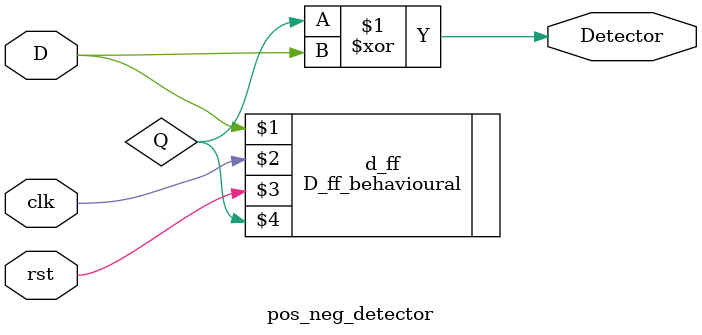
<source format=v>
 module pos_neg_detector(input clk,rst,D, output Detector);
   wire Q;
  
   xor X(Detector,Q,D);
  
  ////Instantiation
  D_ff_behavioural d_ff(D,clk,rst,Q);
  
 endmodule  
 
 
 
</source>
